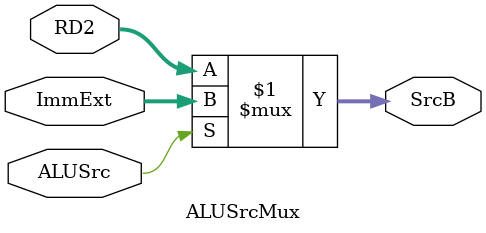
<source format=v>
module ALUSrcMux (
  input [31:0] RD2,
  input [31:0] ImmExt,
  input ALUSrc,
  output [31:0] SrcB
);
  assign SrcB = ALUSrc ? ImmExt : RD2;
endmodule

</source>
